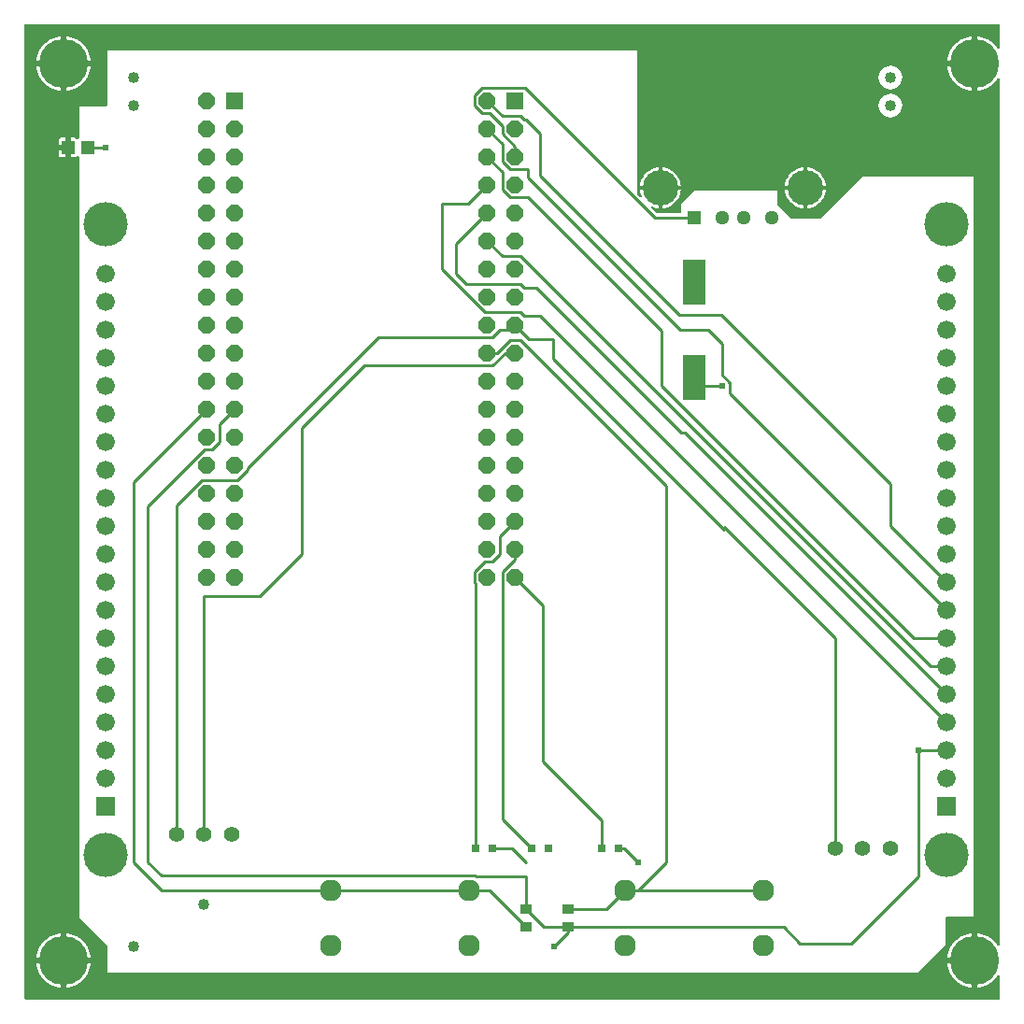
<source format=gbr>
G04 EAGLE Gerber RS-274X export*
G75*
%MOMM*%
%FSLAX34Y34*%
%LPD*%
%INTop Copper*%
%IPPOS*%
%AMOC8*
5,1,8,0,0,1.08239X$1,22.5*%
G01*
%ADD10R,2.000000X4.100000*%
%ADD11R,0.800000X0.800000*%
%ADD12C,1.016000*%
%ADD13R,1.676400X1.676400*%
%ADD14C,1.676400*%
%ADD15C,4.016000*%
%ADD16R,1.288000X1.288000*%
%ADD17C,1.288000*%
%ADD18C,3.220000*%
%ADD19C,4.445000*%
%ADD20C,1.400000*%
%ADD21R,1.031241X0.949959*%
%ADD22R,1.143000X1.270000*%
%ADD23C,1.960000*%
%ADD24R,1.524000X1.524000*%
%ADD25P,1.649562X8X292.500000*%
%ADD26C,0.254000*%
%ADD27C,0.609600*%

G36*
X886444Y836446D02*
X886444Y836446D01*
X886436Y836568D01*
X886424Y836604D01*
X886419Y836641D01*
X886374Y836754D01*
X886336Y836871D01*
X886316Y836902D01*
X886302Y836937D01*
X886231Y837035D01*
X886165Y837138D01*
X886137Y837164D01*
X886116Y837194D01*
X886021Y837272D01*
X885932Y837355D01*
X885899Y837373D01*
X885871Y837397D01*
X885760Y837449D01*
X885653Y837507D01*
X885617Y837516D01*
X885583Y837532D01*
X885463Y837555D01*
X885344Y837585D01*
X885307Y837585D01*
X885271Y837592D01*
X885149Y837584D01*
X885026Y837584D01*
X884990Y837575D01*
X884953Y837572D01*
X884837Y837535D01*
X884719Y837504D01*
X884686Y837486D01*
X884651Y837474D01*
X884547Y837409D01*
X884441Y837350D01*
X884413Y837324D01*
X884382Y837304D01*
X884298Y837215D01*
X884209Y837131D01*
X884177Y837087D01*
X884164Y837072D01*
X884154Y837054D01*
X884115Y837001D01*
X883830Y836546D01*
X882095Y834371D01*
X880129Y832405D01*
X877954Y830670D01*
X875599Y829190D01*
X873092Y827983D01*
X870467Y827065D01*
X867755Y826446D01*
X866139Y826264D01*
X866139Y849630D01*
X866124Y849748D01*
X866117Y849867D01*
X866104Y849905D01*
X866099Y849945D01*
X866056Y850056D01*
X866019Y850169D01*
X865997Y850203D01*
X865982Y850241D01*
X865912Y850337D01*
X865849Y850438D01*
X865819Y850466D01*
X865795Y850498D01*
X865704Y850574D01*
X865617Y850656D01*
X865582Y850675D01*
X865551Y850701D01*
X865443Y850752D01*
X865339Y850809D01*
X865299Y850820D01*
X865263Y850837D01*
X865146Y850859D01*
X865031Y850889D01*
X864970Y850893D01*
X864950Y850897D01*
X864930Y850895D01*
X864870Y850899D01*
X863599Y850899D01*
X863599Y850901D01*
X864870Y850901D01*
X864988Y850916D01*
X865107Y850923D01*
X865145Y850936D01*
X865185Y850941D01*
X865296Y850985D01*
X865409Y851021D01*
X865444Y851043D01*
X865481Y851058D01*
X865577Y851128D01*
X865678Y851191D01*
X865706Y851221D01*
X865739Y851245D01*
X865814Y851336D01*
X865896Y851423D01*
X865916Y851458D01*
X865941Y851490D01*
X865992Y851597D01*
X866050Y851702D01*
X866060Y851741D01*
X866077Y851777D01*
X866099Y851894D01*
X866129Y852009D01*
X866133Y852070D01*
X866137Y852090D01*
X866135Y852110D01*
X866139Y852170D01*
X866139Y875536D01*
X867755Y875354D01*
X870467Y874735D01*
X873092Y873817D01*
X875599Y872610D01*
X877954Y871130D01*
X880129Y869395D01*
X882095Y867429D01*
X883830Y865254D01*
X884115Y864799D01*
X884193Y864705D01*
X884264Y864606D01*
X884293Y864582D01*
X884317Y864553D01*
X884415Y864481D01*
X884509Y864403D01*
X884543Y864387D01*
X884573Y864365D01*
X884687Y864320D01*
X884797Y864268D01*
X884834Y864261D01*
X884868Y864247D01*
X884989Y864231D01*
X885110Y864208D01*
X885147Y864210D01*
X885184Y864205D01*
X885305Y864220D01*
X885427Y864228D01*
X885462Y864239D01*
X885499Y864244D01*
X885613Y864288D01*
X885729Y864326D01*
X885761Y864346D01*
X885796Y864359D01*
X885895Y864430D01*
X885998Y864496D01*
X886024Y864523D01*
X886054Y864545D01*
X886132Y864638D01*
X886216Y864728D01*
X886234Y864760D01*
X886258Y864789D01*
X886311Y864899D01*
X886370Y865006D01*
X886379Y865042D01*
X886395Y865076D01*
X886419Y865196D01*
X886449Y865314D01*
X886453Y865369D01*
X886456Y865388D01*
X886455Y865409D01*
X886459Y865475D01*
X886459Y885190D01*
X886444Y885308D01*
X886437Y885427D01*
X886424Y885465D01*
X886419Y885506D01*
X886376Y885616D01*
X886339Y885729D01*
X886317Y885764D01*
X886302Y885801D01*
X886233Y885897D01*
X886169Y885998D01*
X886139Y886026D01*
X886116Y886059D01*
X886024Y886135D01*
X885937Y886216D01*
X885902Y886236D01*
X885871Y886261D01*
X885763Y886312D01*
X885659Y886370D01*
X885619Y886380D01*
X885583Y886397D01*
X885466Y886419D01*
X885351Y886449D01*
X885291Y886453D01*
X885271Y886457D01*
X885250Y886455D01*
X885190Y886459D01*
X3810Y886459D01*
X3692Y886444D01*
X3573Y886437D01*
X3535Y886424D01*
X3494Y886419D01*
X3384Y886376D01*
X3271Y886339D01*
X3236Y886317D01*
X3199Y886302D01*
X3103Y886233D01*
X3002Y886169D01*
X2974Y886139D01*
X2941Y886116D01*
X2865Y886024D01*
X2784Y885937D01*
X2764Y885902D01*
X2739Y885871D01*
X2688Y885763D01*
X2630Y885659D01*
X2620Y885619D01*
X2603Y885583D01*
X2581Y885466D01*
X2551Y885351D01*
X2547Y885291D01*
X2543Y885271D01*
X2545Y885250D01*
X2541Y885190D01*
X2541Y3810D01*
X2556Y3692D01*
X2563Y3573D01*
X2576Y3535D01*
X2581Y3494D01*
X2624Y3384D01*
X2661Y3271D01*
X2683Y3236D01*
X2698Y3199D01*
X2767Y3103D01*
X2831Y3002D01*
X2861Y2974D01*
X2884Y2941D01*
X2976Y2865D01*
X3063Y2784D01*
X3098Y2764D01*
X3129Y2739D01*
X3237Y2688D01*
X3341Y2630D01*
X3381Y2620D01*
X3417Y2603D01*
X3534Y2581D01*
X3649Y2551D01*
X3709Y2547D01*
X3729Y2543D01*
X3750Y2545D01*
X3810Y2541D01*
X885190Y2541D01*
X885308Y2556D01*
X885427Y2563D01*
X885465Y2576D01*
X885506Y2581D01*
X885616Y2624D01*
X885729Y2661D01*
X885764Y2683D01*
X885801Y2698D01*
X885897Y2767D01*
X885998Y2831D01*
X886026Y2861D01*
X886059Y2884D01*
X886135Y2976D01*
X886216Y3063D01*
X886236Y3098D01*
X886261Y3129D01*
X886312Y3237D01*
X886370Y3341D01*
X886380Y3381D01*
X886397Y3417D01*
X886419Y3534D01*
X886449Y3649D01*
X886453Y3709D01*
X886457Y3729D01*
X886455Y3750D01*
X886459Y3810D01*
X886459Y23525D01*
X886444Y23646D01*
X886436Y23768D01*
X886424Y23804D01*
X886419Y23841D01*
X886374Y23954D01*
X886336Y24071D01*
X886316Y24102D01*
X886302Y24137D01*
X886231Y24235D01*
X886165Y24338D01*
X886137Y24364D01*
X886116Y24394D01*
X886021Y24472D01*
X885932Y24555D01*
X885899Y24573D01*
X885871Y24597D01*
X885760Y24649D01*
X885653Y24707D01*
X885617Y24716D01*
X885583Y24732D01*
X885463Y24755D01*
X885344Y24785D01*
X885307Y24785D01*
X885271Y24792D01*
X885149Y24784D01*
X885026Y24784D01*
X884990Y24775D01*
X884953Y24772D01*
X884837Y24735D01*
X884719Y24704D01*
X884686Y24686D01*
X884651Y24674D01*
X884547Y24609D01*
X884441Y24550D01*
X884413Y24524D01*
X884382Y24504D01*
X884298Y24415D01*
X884209Y24331D01*
X884177Y24287D01*
X884164Y24272D01*
X884154Y24254D01*
X884115Y24201D01*
X883830Y23746D01*
X882095Y21571D01*
X880129Y19605D01*
X877954Y17870D01*
X875599Y16390D01*
X873092Y15183D01*
X870467Y14265D01*
X867755Y13646D01*
X866139Y13464D01*
X866139Y36830D01*
X866124Y36948D01*
X866117Y37067D01*
X866104Y37105D01*
X866099Y37145D01*
X866056Y37256D01*
X866019Y37369D01*
X865997Y37403D01*
X865982Y37441D01*
X865912Y37537D01*
X865849Y37638D01*
X865819Y37666D01*
X865795Y37698D01*
X865704Y37774D01*
X865617Y37856D01*
X865582Y37875D01*
X865551Y37901D01*
X865443Y37952D01*
X865339Y38009D01*
X865299Y38020D01*
X865263Y38037D01*
X865146Y38059D01*
X865031Y38089D01*
X864970Y38093D01*
X864950Y38097D01*
X864930Y38095D01*
X864870Y38099D01*
X863599Y38099D01*
X863599Y38101D01*
X864870Y38101D01*
X864988Y38116D01*
X865107Y38123D01*
X865145Y38136D01*
X865185Y38141D01*
X865296Y38185D01*
X865409Y38221D01*
X865444Y38243D01*
X865481Y38258D01*
X865577Y38328D01*
X865678Y38391D01*
X865706Y38421D01*
X865739Y38445D01*
X865814Y38536D01*
X865896Y38623D01*
X865916Y38658D01*
X865941Y38690D01*
X865992Y38797D01*
X866050Y38902D01*
X866060Y38941D01*
X866077Y38977D01*
X866099Y39094D01*
X866129Y39209D01*
X866133Y39270D01*
X866137Y39290D01*
X866135Y39310D01*
X866139Y39370D01*
X866139Y62736D01*
X867755Y62554D01*
X870467Y61935D01*
X873092Y61017D01*
X875599Y59810D01*
X877954Y58330D01*
X880129Y56595D01*
X882095Y54629D01*
X883830Y52454D01*
X884115Y51999D01*
X884193Y51905D01*
X884264Y51806D01*
X884293Y51782D01*
X884317Y51753D01*
X884415Y51681D01*
X884509Y51603D01*
X884543Y51587D01*
X884573Y51565D01*
X884687Y51520D01*
X884797Y51468D01*
X884834Y51461D01*
X884868Y51447D01*
X884989Y51431D01*
X885110Y51408D01*
X885147Y51410D01*
X885184Y51405D01*
X885305Y51420D01*
X885427Y51428D01*
X885462Y51439D01*
X885499Y51444D01*
X885613Y51488D01*
X885729Y51526D01*
X885761Y51546D01*
X885796Y51559D01*
X885895Y51630D01*
X885998Y51696D01*
X886024Y51723D01*
X886054Y51745D01*
X886132Y51838D01*
X886216Y51928D01*
X886234Y51960D01*
X886258Y51989D01*
X886311Y52099D01*
X886370Y52206D01*
X886379Y52242D01*
X886395Y52276D01*
X886419Y52396D01*
X886449Y52514D01*
X886453Y52569D01*
X886456Y52588D01*
X886455Y52609D01*
X886459Y52675D01*
X886459Y836325D01*
X886444Y836446D01*
G37*
%LPC*%
G36*
X52057Y766235D02*
X52057Y766235D01*
X52054Y766334D01*
X52037Y766392D01*
X52029Y766452D01*
X51993Y766544D01*
X51965Y766640D01*
X51935Y766692D01*
X51912Y766748D01*
X51854Y766828D01*
X51804Y766914D01*
X51738Y766989D01*
X51726Y767005D01*
X51716Y767013D01*
X51698Y767034D01*
X51664Y767068D01*
X51564Y767146D01*
X51469Y767228D01*
X51439Y767243D01*
X51412Y767263D01*
X51297Y767313D01*
X51184Y767369D01*
X51151Y767376D01*
X51121Y767390D01*
X50996Y767409D01*
X50873Y767435D01*
X50840Y767434D01*
X50806Y767439D01*
X50681Y767428D01*
X50555Y767422D01*
X50523Y767413D01*
X50490Y767410D01*
X50371Y767367D01*
X50251Y767331D01*
X50222Y767313D01*
X50191Y767302D01*
X50086Y767231D01*
X49979Y767166D01*
X49955Y767142D01*
X49927Y767123D01*
X49844Y767029D01*
X49756Y766939D01*
X49729Y766899D01*
X49717Y766885D01*
X49707Y766866D01*
X49667Y766805D01*
X49658Y766790D01*
X49185Y766317D01*
X48606Y765982D01*
X47959Y765809D01*
X44449Y765809D01*
X44449Y773430D01*
X44434Y773548D01*
X44427Y773667D01*
X44414Y773705D01*
X44409Y773745D01*
X44365Y773856D01*
X44329Y773969D01*
X44307Y774004D01*
X44292Y774041D01*
X44222Y774137D01*
X44159Y774238D01*
X44129Y774266D01*
X44105Y774298D01*
X44014Y774374D01*
X43927Y774456D01*
X43892Y774475D01*
X43860Y774501D01*
X43753Y774552D01*
X43649Y774609D01*
X43609Y774620D01*
X43573Y774637D01*
X43456Y774659D01*
X43341Y774689D01*
X43280Y774693D01*
X43260Y774697D01*
X43240Y774695D01*
X43180Y774699D01*
X41909Y774699D01*
X41909Y774701D01*
X43180Y774701D01*
X43298Y774716D01*
X43417Y774723D01*
X43455Y774736D01*
X43495Y774741D01*
X43606Y774785D01*
X43719Y774821D01*
X43754Y774843D01*
X43791Y774858D01*
X43887Y774928D01*
X43988Y774991D01*
X44016Y775021D01*
X44048Y775045D01*
X44124Y775136D01*
X44206Y775223D01*
X44225Y775258D01*
X44251Y775290D01*
X44302Y775397D01*
X44359Y775501D01*
X44370Y775541D01*
X44387Y775577D01*
X44409Y775694D01*
X44439Y775809D01*
X44443Y775870D01*
X44447Y775890D01*
X44445Y775910D01*
X44449Y775970D01*
X44449Y783591D01*
X47959Y783591D01*
X48606Y783418D01*
X49185Y783083D01*
X49658Y782610D01*
X49667Y782595D01*
X49743Y782495D01*
X49814Y782391D01*
X49839Y782368D01*
X49859Y782341D01*
X49958Y782263D01*
X50052Y782180D01*
X50082Y782165D01*
X50108Y782144D01*
X50223Y782093D01*
X50335Y782035D01*
X50368Y782028D01*
X50399Y782014D01*
X50523Y781993D01*
X50645Y781966D01*
X50679Y781967D01*
X50712Y781961D01*
X50837Y781972D01*
X50963Y781975D01*
X50996Y781985D01*
X51029Y781988D01*
X51148Y782029D01*
X51269Y782064D01*
X51298Y782081D01*
X51330Y782092D01*
X51434Y782161D01*
X51543Y782225D01*
X51579Y782258D01*
X51595Y782268D01*
X51609Y782284D01*
X51664Y782332D01*
X51698Y782366D01*
X51758Y782444D01*
X51826Y782516D01*
X51855Y782569D01*
X51892Y782617D01*
X51932Y782708D01*
X51980Y782795D01*
X51995Y782853D01*
X52019Y782909D01*
X52034Y783007D01*
X52059Y783102D01*
X52065Y783202D01*
X52069Y783223D01*
X52067Y783235D01*
X52069Y783263D01*
X52069Y811531D01*
X76200Y811531D01*
X76318Y811546D01*
X76437Y811553D01*
X76475Y811566D01*
X76516Y811571D01*
X76626Y811614D01*
X76739Y811651D01*
X76774Y811673D01*
X76811Y811688D01*
X76907Y811758D01*
X77008Y811821D01*
X77036Y811851D01*
X77069Y811874D01*
X77145Y811966D01*
X77226Y812053D01*
X77246Y812088D01*
X77271Y812119D01*
X77322Y812227D01*
X77380Y812331D01*
X77390Y812371D01*
X77407Y812407D01*
X77429Y812524D01*
X77459Y812639D01*
X77463Y812700D01*
X77467Y812720D01*
X77465Y812740D01*
X77469Y812800D01*
X77469Y862331D01*
X558039Y862331D01*
X558039Y732794D01*
X558054Y732704D01*
X558061Y732613D01*
X558073Y732583D01*
X558079Y732551D01*
X558121Y732471D01*
X558157Y732387D01*
X558183Y732354D01*
X558194Y732334D01*
X558217Y732312D01*
X558262Y732256D01*
X560618Y729900D01*
X560697Y729843D01*
X560772Y729781D01*
X560796Y729771D01*
X560818Y729756D01*
X560911Y729727D01*
X561001Y729692D01*
X561028Y729691D01*
X561053Y729684D01*
X561150Y729686D01*
X561247Y729682D01*
X561272Y729689D01*
X561298Y729690D01*
X561390Y729723D01*
X561483Y729751D01*
X561505Y729765D01*
X561530Y729774D01*
X561606Y729835D01*
X561686Y729891D01*
X561701Y729912D01*
X561722Y729928D01*
X561774Y730010D01*
X561832Y730088D01*
X561840Y730113D01*
X561855Y730135D01*
X561878Y730229D01*
X561908Y730322D01*
X561908Y730348D01*
X561915Y730374D01*
X561907Y730470D01*
X561906Y730568D01*
X561897Y730599D01*
X561895Y730619D01*
X561883Y730649D01*
X561859Y730729D01*
X561211Y732295D01*
X560578Y734655D01*
X560299Y736777D01*
X577377Y736777D01*
X577377Y719699D01*
X575255Y719978D01*
X572895Y720611D01*
X571329Y721259D01*
X571234Y721282D01*
X571141Y721310D01*
X571115Y721310D01*
X571090Y721316D01*
X570993Y721306D01*
X570895Y721304D01*
X570871Y721295D01*
X570845Y721292D01*
X570756Y721253D01*
X570664Y721219D01*
X570644Y721203D01*
X570620Y721192D01*
X570548Y721127D01*
X570472Y721066D01*
X570458Y721044D01*
X570439Y721026D01*
X570392Y720941D01*
X570339Y720859D01*
X570333Y720833D01*
X570320Y720811D01*
X570303Y720715D01*
X570279Y720620D01*
X570281Y720594D01*
X570277Y720568D01*
X570291Y720472D01*
X570298Y720375D01*
X570309Y720351D01*
X570312Y720325D01*
X570357Y720238D01*
X570395Y720149D01*
X570415Y720123D01*
X570424Y720106D01*
X570448Y720083D01*
X570500Y720018D01*
X575284Y715234D01*
X575358Y715181D01*
X575427Y715121D01*
X575457Y715109D01*
X575483Y715090D01*
X575570Y715063D01*
X575655Y715029D01*
X575696Y715025D01*
X575718Y715018D01*
X575751Y715019D01*
X575822Y715011D01*
X596900Y715011D01*
X596920Y715014D01*
X596939Y715012D01*
X597041Y715034D01*
X597143Y715050D01*
X597160Y715060D01*
X597180Y715064D01*
X597269Y715117D01*
X597360Y715166D01*
X597374Y715180D01*
X597391Y715190D01*
X597458Y715269D01*
X597530Y715344D01*
X597538Y715362D01*
X597551Y715377D01*
X597590Y715473D01*
X597633Y715567D01*
X597635Y715587D01*
X597643Y715605D01*
X597661Y715772D01*
X597661Y723585D01*
X609915Y735839D01*
X685039Y735839D01*
X685039Y723900D01*
X685054Y723810D01*
X685061Y723719D01*
X685073Y723689D01*
X685079Y723657D01*
X685121Y723577D01*
X685157Y723493D01*
X685183Y723461D01*
X685194Y723440D01*
X685217Y723418D01*
X685262Y723362D01*
X697962Y710662D01*
X698036Y710609D01*
X698105Y710549D01*
X698135Y710537D01*
X698161Y710518D01*
X698248Y710491D01*
X698333Y710457D01*
X698374Y710453D01*
X698397Y710446D01*
X698429Y710447D01*
X698500Y710439D01*
X723900Y710439D01*
X723990Y710454D01*
X724081Y710461D01*
X724111Y710473D01*
X724143Y710479D01*
X724223Y710521D01*
X724307Y710557D01*
X724339Y710583D01*
X724360Y710594D01*
X724382Y710617D01*
X724438Y710662D01*
X762315Y748539D01*
X862331Y748539D01*
X862331Y77469D01*
X838200Y77469D01*
X838082Y77454D01*
X837963Y77447D01*
X837925Y77434D01*
X837884Y77429D01*
X837774Y77386D01*
X837661Y77349D01*
X837626Y77327D01*
X837589Y77312D01*
X837493Y77243D01*
X837392Y77179D01*
X837364Y77149D01*
X837331Y77126D01*
X837256Y77034D01*
X837174Y76947D01*
X837154Y76912D01*
X837129Y76881D01*
X837078Y76773D01*
X837020Y76669D01*
X837010Y76629D01*
X836993Y76593D01*
X836971Y76476D01*
X836941Y76361D01*
X836937Y76301D01*
X836933Y76281D01*
X836935Y76260D01*
X836931Y76200D01*
X836931Y51326D01*
X812274Y26669D01*
X77469Y26669D01*
X77469Y50800D01*
X77457Y50898D01*
X77454Y50997D01*
X77437Y51055D01*
X77429Y51116D01*
X77393Y51208D01*
X77365Y51303D01*
X77335Y51355D01*
X77312Y51411D01*
X77254Y51491D01*
X77204Y51577D01*
X77138Y51652D01*
X77126Y51669D01*
X77116Y51676D01*
X77098Y51698D01*
X52069Y76726D01*
X52069Y766137D01*
X52057Y766235D01*
G37*
%LPD*%
%LPC*%
G36*
X781859Y803203D02*
X781859Y803203D01*
X777803Y807259D01*
X776318Y812800D01*
X777803Y818341D01*
X781859Y822397D01*
X787400Y823882D01*
X792941Y822397D01*
X796997Y818341D01*
X798482Y812800D01*
X796997Y807259D01*
X792941Y803203D01*
X787400Y801718D01*
X781859Y803203D01*
G37*
%LPD*%
%LPC*%
G36*
X781859Y828603D02*
X781859Y828603D01*
X777803Y832659D01*
X776318Y838200D01*
X777803Y843741D01*
X781859Y847797D01*
X787400Y849282D01*
X792941Y847797D01*
X796997Y843741D01*
X798482Y838200D01*
X796997Y832659D01*
X792941Y828603D01*
X787400Y827118D01*
X781859Y828603D01*
G37*
%LPD*%
%LPC*%
G36*
X40639Y40639D02*
X40639Y40639D01*
X40639Y62736D01*
X42255Y62554D01*
X44967Y61935D01*
X47592Y61017D01*
X50099Y59810D01*
X52454Y58330D01*
X54629Y56595D01*
X56595Y54629D01*
X58330Y52454D01*
X59810Y50099D01*
X61017Y47592D01*
X61935Y44967D01*
X62554Y42255D01*
X62736Y40639D01*
X40639Y40639D01*
G37*
%LPD*%
%LPC*%
G36*
X40639Y853439D02*
X40639Y853439D01*
X40639Y875536D01*
X42255Y875354D01*
X44967Y874735D01*
X47592Y873817D01*
X50099Y872610D01*
X52454Y871130D01*
X54629Y869395D01*
X56595Y867429D01*
X58330Y865254D01*
X59810Y862899D01*
X61017Y860392D01*
X61935Y857767D01*
X62554Y855055D01*
X62736Y853439D01*
X40639Y853439D01*
G37*
%LPD*%
%LPC*%
G36*
X838964Y853439D02*
X838964Y853439D01*
X839146Y855055D01*
X839765Y857767D01*
X840683Y860392D01*
X841890Y862899D01*
X843370Y865254D01*
X845105Y867429D01*
X847071Y869395D01*
X849246Y871130D01*
X851601Y872610D01*
X854108Y873817D01*
X856733Y874735D01*
X859445Y875354D01*
X861061Y875536D01*
X861061Y853439D01*
X838964Y853439D01*
G37*
%LPD*%
%LPC*%
G36*
X40639Y848361D02*
X40639Y848361D01*
X62736Y848361D01*
X62554Y846745D01*
X61935Y844033D01*
X61017Y841408D01*
X59810Y838901D01*
X58330Y836546D01*
X56595Y834371D01*
X54629Y832405D01*
X52454Y830670D01*
X50099Y829190D01*
X47592Y827983D01*
X44967Y827065D01*
X42255Y826446D01*
X40639Y826264D01*
X40639Y848361D01*
G37*
%LPD*%
%LPC*%
G36*
X13464Y853439D02*
X13464Y853439D01*
X13646Y855055D01*
X14265Y857767D01*
X15183Y860392D01*
X16390Y862899D01*
X17870Y865254D01*
X19605Y867429D01*
X21571Y869395D01*
X23746Y871130D01*
X26101Y872610D01*
X28608Y873817D01*
X31233Y874735D01*
X33945Y875354D01*
X35561Y875536D01*
X35561Y853439D01*
X13464Y853439D01*
G37*
%LPD*%
%LPC*%
G36*
X13464Y40639D02*
X13464Y40639D01*
X13646Y42255D01*
X14265Y44967D01*
X15183Y47592D01*
X16390Y50099D01*
X17870Y52454D01*
X19605Y54629D01*
X21571Y56595D01*
X23746Y58330D01*
X26101Y59810D01*
X28608Y61017D01*
X31233Y61935D01*
X33945Y62554D01*
X35561Y62736D01*
X35561Y40639D01*
X13464Y40639D01*
G37*
%LPD*%
%LPC*%
G36*
X40639Y35561D02*
X40639Y35561D01*
X62736Y35561D01*
X62554Y33945D01*
X61935Y31233D01*
X61017Y28608D01*
X59810Y26101D01*
X58330Y23746D01*
X56595Y21571D01*
X54629Y19605D01*
X52454Y17870D01*
X50099Y16390D01*
X47592Y15183D01*
X44967Y14265D01*
X42255Y13646D01*
X40639Y13464D01*
X40639Y35561D01*
G37*
%LPD*%
%LPC*%
G36*
X838964Y40639D02*
X838964Y40639D01*
X839146Y42255D01*
X839765Y44967D01*
X840683Y47592D01*
X841890Y50099D01*
X843370Y52454D01*
X845105Y54629D01*
X847071Y56595D01*
X849246Y58330D01*
X851601Y59810D01*
X854108Y61017D01*
X856733Y61935D01*
X859445Y62554D01*
X861061Y62736D01*
X861061Y40639D01*
X838964Y40639D01*
G37*
%LPD*%
%LPC*%
G36*
X33945Y13646D02*
X33945Y13646D01*
X31233Y14265D01*
X28608Y15183D01*
X26101Y16390D01*
X23746Y17870D01*
X21571Y19605D01*
X19605Y21571D01*
X17870Y23746D01*
X16390Y26101D01*
X15183Y28608D01*
X14265Y31233D01*
X13646Y33945D01*
X13464Y35561D01*
X35561Y35561D01*
X35561Y13464D01*
X33945Y13646D01*
G37*
%LPD*%
%LPC*%
G36*
X859445Y13646D02*
X859445Y13646D01*
X856733Y14265D01*
X854108Y15183D01*
X851601Y16390D01*
X849246Y17870D01*
X847071Y19605D01*
X845105Y21571D01*
X843370Y23746D01*
X841890Y26101D01*
X840683Y28608D01*
X839765Y31233D01*
X839146Y33945D01*
X838964Y35561D01*
X861061Y35561D01*
X861061Y13464D01*
X859445Y13646D01*
G37*
%LPD*%
%LPC*%
G36*
X859445Y826446D02*
X859445Y826446D01*
X856733Y827065D01*
X854108Y827983D01*
X851601Y829190D01*
X849246Y830670D01*
X847071Y832405D01*
X845105Y834371D01*
X843370Y836546D01*
X841890Y838901D01*
X840683Y841408D01*
X839765Y844033D01*
X839146Y846745D01*
X838964Y848361D01*
X861061Y848361D01*
X861061Y826264D01*
X859445Y826446D01*
G37*
%LPD*%
%LPC*%
G36*
X33945Y826446D02*
X33945Y826446D01*
X31233Y827065D01*
X28608Y827983D01*
X26101Y829190D01*
X23746Y830670D01*
X21571Y832405D01*
X19605Y834371D01*
X17870Y836546D01*
X16390Y838901D01*
X15183Y841408D01*
X14265Y844033D01*
X13646Y846745D01*
X13464Y848361D01*
X35561Y848361D01*
X35561Y826264D01*
X33945Y826446D01*
G37*
%LPD*%
%LPC*%
G36*
X711823Y739823D02*
X711823Y739823D01*
X711823Y756901D01*
X713945Y756622D01*
X716305Y755989D01*
X718562Y755054D01*
X720678Y753832D01*
X722617Y752345D01*
X724345Y750617D01*
X725832Y748678D01*
X727054Y746562D01*
X727989Y744305D01*
X728622Y741945D01*
X728901Y739823D01*
X711823Y739823D01*
G37*
%LPD*%
%LPC*%
G36*
X580423Y739823D02*
X580423Y739823D01*
X580423Y756901D01*
X582545Y756622D01*
X584905Y755989D01*
X587162Y755054D01*
X589278Y753832D01*
X591217Y752345D01*
X592945Y750617D01*
X594432Y748678D01*
X595654Y746562D01*
X596589Y744305D01*
X597222Y741945D01*
X597501Y739823D01*
X580423Y739823D01*
G37*
%LPD*%
%LPC*%
G36*
X711823Y736777D02*
X711823Y736777D01*
X728901Y736777D01*
X728622Y734655D01*
X727989Y732295D01*
X727054Y730038D01*
X725832Y727922D01*
X724345Y725983D01*
X722617Y724255D01*
X720678Y722768D01*
X718562Y721546D01*
X716305Y720611D01*
X713945Y719978D01*
X711823Y719699D01*
X711823Y736777D01*
G37*
%LPD*%
%LPC*%
G36*
X560299Y739823D02*
X560299Y739823D01*
X560578Y741945D01*
X561211Y744305D01*
X562146Y746562D01*
X563368Y748678D01*
X564855Y750617D01*
X566583Y752345D01*
X568522Y753832D01*
X570638Y755054D01*
X572895Y755989D01*
X575255Y756622D01*
X577377Y756901D01*
X577377Y739823D01*
X560299Y739823D01*
G37*
%LPD*%
%LPC*%
G36*
X580423Y736777D02*
X580423Y736777D01*
X597501Y736777D01*
X597222Y734655D01*
X596589Y732295D01*
X595654Y730038D01*
X594432Y727922D01*
X592945Y725983D01*
X591217Y724255D01*
X589278Y722768D01*
X587162Y721546D01*
X584905Y720611D01*
X582545Y719978D01*
X580423Y719699D01*
X580423Y736777D01*
G37*
%LPD*%
%LPC*%
G36*
X691699Y739823D02*
X691699Y739823D01*
X691978Y741945D01*
X692611Y744305D01*
X693546Y746562D01*
X694768Y748678D01*
X696255Y750617D01*
X697983Y752345D01*
X699922Y753832D01*
X702038Y755054D01*
X704295Y755989D01*
X706655Y756622D01*
X708777Y756901D01*
X708777Y739823D01*
X691699Y739823D01*
G37*
%LPD*%
%LPC*%
G36*
X706655Y719978D02*
X706655Y719978D01*
X704295Y720611D01*
X702038Y721546D01*
X699922Y722768D01*
X697983Y724255D01*
X696255Y725983D01*
X694768Y727922D01*
X693546Y730038D01*
X692611Y732295D01*
X691978Y734655D01*
X691699Y736777D01*
X708777Y736777D01*
X708777Y719699D01*
X706655Y719978D01*
G37*
%LPD*%
%LPC*%
G36*
X33654Y777239D02*
X33654Y777239D01*
X33654Y781384D01*
X33827Y782031D01*
X34162Y782610D01*
X34635Y783083D01*
X35214Y783418D01*
X35861Y783591D01*
X39371Y783591D01*
X39371Y777239D01*
X33654Y777239D01*
G37*
%LPD*%
%LPC*%
G36*
X35861Y765809D02*
X35861Y765809D01*
X35214Y765982D01*
X34635Y766317D01*
X34162Y766790D01*
X33827Y767369D01*
X33654Y768016D01*
X33654Y772161D01*
X39371Y772161D01*
X39371Y765809D01*
X35861Y765809D01*
G37*
%LPD*%
%LPC*%
G36*
X578899Y738299D02*
X578899Y738299D01*
X578899Y738301D01*
X578901Y738301D01*
X578901Y738299D01*
X578899Y738299D01*
G37*
%LPD*%
%LPC*%
G36*
X38099Y38099D02*
X38099Y38099D01*
X38099Y38101D01*
X38101Y38101D01*
X38101Y38099D01*
X38099Y38099D01*
G37*
%LPD*%
%LPC*%
G36*
X710299Y738299D02*
X710299Y738299D01*
X710299Y738301D01*
X710301Y738301D01*
X710301Y738299D01*
X710299Y738299D01*
G37*
%LPD*%
%LPC*%
G36*
X38099Y850899D02*
X38099Y850899D01*
X38099Y850901D01*
X38101Y850901D01*
X38101Y850899D01*
X38099Y850899D01*
G37*
%LPD*%
D10*
X609600Y653100D03*
X609600Y566100D03*
D11*
X411600Y139700D03*
X426600Y139700D03*
X462400Y139700D03*
X477400Y139700D03*
X525900Y139700D03*
X540900Y139700D03*
D12*
X101600Y838200D03*
X101600Y812800D03*
X787400Y838200D03*
X787400Y812800D03*
X101600Y50800D03*
X165100Y88900D03*
D13*
X76200Y177800D03*
D14*
X76200Y203200D03*
X76200Y228600D03*
X76200Y254000D03*
X76200Y279400D03*
X76200Y304800D03*
X76200Y330200D03*
X76200Y355600D03*
X76200Y381000D03*
X76200Y406400D03*
X76200Y431800D03*
X76200Y457200D03*
X76200Y482600D03*
X76200Y508000D03*
X76200Y533400D03*
X76200Y558800D03*
X76200Y584200D03*
X76200Y609600D03*
X76200Y635000D03*
X76200Y660400D03*
D13*
X838200Y177800D03*
D14*
X838200Y203200D03*
X838200Y228600D03*
X838200Y254000D03*
X838200Y279400D03*
X838200Y304800D03*
X838200Y330200D03*
X838200Y355600D03*
X838200Y381000D03*
X838200Y406400D03*
X838200Y431800D03*
X838200Y457200D03*
X838200Y482600D03*
X838200Y508000D03*
X838200Y533400D03*
X838200Y558800D03*
X838200Y584200D03*
X838200Y609600D03*
X838200Y635000D03*
X838200Y660400D03*
D15*
X838200Y704850D03*
X838200Y133350D03*
X76200Y704850D03*
X76200Y133350D03*
D16*
X609600Y711200D03*
D17*
X634600Y711200D03*
X654600Y711200D03*
X679600Y711200D03*
D18*
X578900Y738300D03*
X710300Y738300D03*
D19*
X38100Y850900D03*
X38100Y38100D03*
X863600Y38100D03*
X863600Y850900D03*
D20*
X787000Y139700D03*
X762000Y139700D03*
X737000Y139700D03*
X190100Y152400D03*
X165100Y152400D03*
X140100Y152400D03*
D21*
X457200Y68199D03*
X457200Y84201D03*
X495300Y68199D03*
X495300Y84201D03*
D22*
X59690Y774700D03*
X41910Y774700D03*
D23*
X405400Y101200D03*
X405400Y51200D03*
X280400Y51200D03*
X280400Y101200D03*
X672100Y101200D03*
X672100Y51200D03*
X547100Y51200D03*
X547100Y101200D03*
D24*
X447300Y817200D03*
D25*
X421900Y817200D03*
X447300Y791800D03*
X421900Y791800D03*
X447300Y766400D03*
X421900Y766400D03*
X447300Y741000D03*
X421900Y741000D03*
X447300Y715600D03*
X421900Y715600D03*
X447300Y690200D03*
X421900Y690200D03*
X447300Y664800D03*
X421900Y664800D03*
X447300Y639400D03*
X421900Y639400D03*
X447300Y614000D03*
X421900Y614000D03*
X447300Y588600D03*
X421900Y588600D03*
X447300Y563200D03*
X421900Y563200D03*
X447300Y537800D03*
X421900Y537800D03*
X447300Y512400D03*
X421900Y512400D03*
X447300Y487000D03*
X421900Y487000D03*
X447300Y461600D03*
X421900Y461600D03*
X447300Y436200D03*
X421900Y436200D03*
X447300Y410800D03*
X421900Y410800D03*
X447300Y385400D03*
X421900Y385400D03*
D24*
X193300Y817200D03*
D25*
X167900Y817200D03*
X193300Y791800D03*
X167900Y791800D03*
X193300Y766400D03*
X167900Y766400D03*
X193300Y741000D03*
X167900Y741000D03*
X193300Y715600D03*
X167900Y715600D03*
X193300Y690200D03*
X167900Y690200D03*
X193300Y664800D03*
X167900Y664800D03*
X193300Y639400D03*
X167900Y639400D03*
X193300Y614000D03*
X167900Y614000D03*
X193300Y588600D03*
X167900Y588600D03*
X193300Y563200D03*
X167900Y563200D03*
X193300Y537800D03*
X167900Y537800D03*
X193300Y512400D03*
X167900Y512400D03*
X193300Y487000D03*
X167900Y487000D03*
X193300Y461600D03*
X167900Y461600D03*
X193300Y436200D03*
X167900Y436200D03*
X193300Y410800D03*
X167900Y410800D03*
X193300Y385400D03*
X167900Y385400D03*
D26*
X76200Y774700D02*
X59690Y774700D01*
D27*
X76200Y774700D03*
D26*
X540900Y139700D02*
X546100Y139700D01*
X558800Y127000D01*
D27*
X558800Y127000D03*
D26*
X616900Y558800D02*
X635000Y558800D01*
X616900Y558800D02*
X609600Y566100D01*
D27*
X635000Y558800D03*
D26*
X444500Y139700D02*
X426600Y139700D01*
X444500Y139700D02*
X457200Y127000D01*
X417166Y805770D02*
X410470Y812466D01*
X410470Y821935D01*
X417166Y828630D01*
X435870Y793995D02*
X435870Y787066D01*
X435870Y793995D02*
X424095Y805770D01*
X417166Y805770D01*
X573928Y711200D02*
X609600Y711200D01*
X573928Y711200D02*
X456498Y828630D01*
X447300Y775636D02*
X447300Y766400D01*
X447300Y775636D02*
X435870Y787066D01*
X417166Y828630D02*
X456498Y828630D01*
X447300Y614000D02*
X447300Y609600D01*
X636530Y430670D02*
X737000Y330200D01*
X737000Y139700D01*
X460000Y601300D02*
X447300Y614000D01*
X460000Y601300D02*
X481582Y601300D01*
X481582Y583182D01*
X636530Y428235D01*
X636530Y430670D01*
X140100Y449965D02*
X140100Y152400D01*
X140100Y449965D02*
X163166Y473030D01*
X204730Y482266D02*
X204730Y484130D01*
X204730Y482266D02*
X195495Y473030D01*
X433665Y609600D02*
X447300Y609600D01*
X433665Y609600D02*
X426635Y602570D01*
X323170Y602570D01*
X195495Y473030D02*
X163166Y473030D01*
X204730Y484130D02*
X323170Y602570D01*
X165100Y368300D02*
X165100Y152400D01*
X165100Y368300D02*
X215900Y368300D01*
X254000Y406400D01*
X254000Y520700D01*
X438065Y588600D02*
X447300Y588600D01*
X438065Y588600D02*
X426635Y577170D01*
X310470Y577170D02*
X254000Y520700D01*
X310470Y577170D02*
X426635Y577170D01*
X495300Y68199D02*
X495300Y63500D01*
X482600Y50800D01*
D27*
X482600Y50800D03*
D26*
X812800Y228600D02*
X838200Y228600D01*
D27*
X812800Y228600D03*
D26*
X473202Y68199D02*
X457200Y84201D01*
X473202Y68199D02*
X495300Y68199D01*
X812800Y114300D02*
X812800Y228600D01*
X690435Y68199D02*
X495300Y68199D01*
X690435Y68199D02*
X705244Y53390D01*
X751890Y53390D01*
X812800Y114300D01*
X179330Y507666D02*
X172635Y500970D01*
X179330Y523830D02*
X193300Y537800D01*
X179330Y523830D02*
X179330Y507666D01*
X172635Y500970D02*
X165706Y500970D01*
X114300Y449565D01*
X114300Y127000D01*
X411038Y114810D02*
X411548Y114300D01*
X457200Y114300D01*
X126490Y114810D02*
X114300Y127000D01*
X126490Y114810D02*
X411038Y114810D01*
X457200Y114300D02*
X457200Y84201D01*
X404800Y723900D02*
X421900Y741000D01*
X404800Y723900D02*
X381000Y723900D01*
X452035Y625430D02*
X455165Y622300D01*
X419706Y625430D02*
X381000Y664136D01*
X419706Y625430D02*
X452035Y625430D01*
X469900Y622300D02*
X838200Y254000D01*
X381000Y664136D02*
X381000Y723900D01*
X455165Y622300D02*
X469900Y622300D01*
X393700Y687400D02*
X421900Y715600D01*
X393700Y687400D02*
X393700Y660400D01*
X452035Y650830D02*
X455165Y647700D01*
X403270Y650830D02*
X393700Y660400D01*
X403270Y650830D02*
X452035Y650830D01*
X598022Y516390D02*
X601210Y516390D01*
X838200Y279400D01*
X598022Y516390D02*
X466712Y647700D01*
X455165Y647700D01*
X435870Y676230D02*
X421900Y690200D01*
X435870Y676230D02*
X452035Y676230D01*
X823465Y304800D02*
X838200Y304800D01*
X823465Y304800D02*
X452035Y676230D01*
X442566Y729570D02*
X435870Y736266D01*
X435870Y752430D02*
X421900Y766400D01*
X458730Y729570D02*
X580001Y608299D01*
X435870Y736266D02*
X435870Y752430D01*
X442566Y729570D02*
X458730Y729570D01*
X580001Y608299D02*
X580001Y558457D01*
X808258Y330200D02*
X838200Y330200D01*
X808258Y330200D02*
X580001Y558457D01*
X442566Y754970D02*
X435870Y761666D01*
X435870Y777830D02*
X421900Y791800D01*
X435870Y777830D02*
X435870Y761666D01*
X442566Y754970D02*
X458730Y754970D01*
X641858Y551942D02*
X838200Y355600D01*
X635000Y568499D02*
X635000Y596900D01*
X641858Y561641D02*
X641858Y551942D01*
X641858Y561641D02*
X635000Y568499D01*
X635000Y596900D02*
X622300Y609600D01*
X596900Y609600D01*
X458730Y747770D01*
X458730Y754970D01*
X455165Y800100D02*
X452035Y803230D01*
X455165Y800100D02*
X457200Y800100D01*
X435870Y803230D02*
X421900Y817200D01*
X435870Y803230D02*
X452035Y803230D01*
X457200Y800100D02*
X469900Y787400D01*
X469900Y749300D01*
X633878Y623422D02*
X787400Y469900D01*
X595778Y623422D02*
X469900Y749300D01*
X595778Y623422D02*
X633878Y623422D01*
X787400Y469900D02*
X787400Y431800D01*
X838200Y381000D01*
X433330Y406066D02*
X426635Y399370D01*
X410470Y390135D02*
X410470Y380666D01*
X411600Y379536D01*
X411600Y139700D01*
X433330Y422230D02*
X447300Y436200D01*
X433330Y422230D02*
X433330Y406066D01*
X426635Y399370D02*
X419706Y399370D01*
X410470Y390135D01*
X447300Y401565D02*
X447300Y410800D01*
X447300Y401565D02*
X435870Y390135D01*
X435870Y166230D01*
X462400Y139700D01*
X472700Y360000D02*
X447300Y385400D01*
X472700Y360000D02*
X472700Y218300D01*
X525900Y165100D02*
X525900Y139700D01*
X525900Y165100D02*
X472700Y218300D01*
X405400Y101200D02*
X280400Y101200D01*
X405400Y101200D02*
X424199Y101200D01*
X457200Y68199D01*
X101600Y471500D02*
X167900Y537800D01*
X170227Y101278D02*
X170305Y101200D01*
X280400Y101200D01*
X170227Y101278D02*
X127322Y101278D01*
X101600Y127000D02*
X101600Y471500D01*
X101600Y127000D02*
X127322Y101278D01*
X495300Y84201D02*
X530101Y84201D01*
X547100Y101200D01*
X672100Y101200D01*
X430880Y588600D02*
X421900Y588600D01*
X430880Y588600D02*
X442310Y600030D01*
X452035Y600030D01*
X584200Y467865D01*
X584200Y127000D01*
X558400Y101200D01*
X547100Y101200D01*
M02*

</source>
